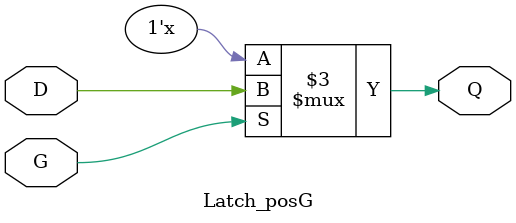
<source format=v>
`timescale 1ns / 1ps

module Latch_posG(
    input D,
    input G,
    output reg Q
    );
	 
	 always @ (G or D) begin
		if (G)
			Q = D;
	 end

endmodule

</source>
